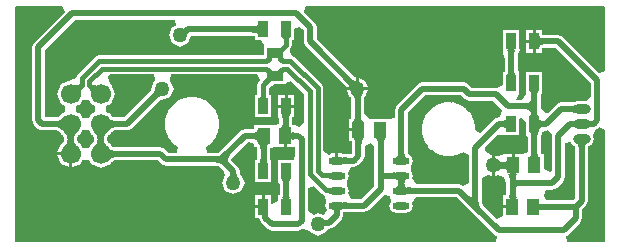
<source format=gtl>
G04*
G04 #@! TF.GenerationSoftware,Altium Limited,Altium Designer,21.6.1 (37)*
G04*
G04 Layer_Physical_Order=1*
G04 Layer_Color=255*
%FSLAX25Y25*%
%MOIN*%
G70*
G04*
G04 #@! TF.SameCoordinates,149CC93B-E584-47E2-A3B6-F303EE062418*
G04*
G04*
G04 #@! TF.FilePolarity,Positive*
G04*
G01*
G75*
%ADD18R,0.04331X0.05512*%
%ADD19O,0.05709X0.02362*%
%ADD20R,0.03543X0.05512*%
%ADD21R,0.03347X0.05315*%
%ADD22R,0.05315X0.03347*%
%ADD31C,0.02000*%
%ADD32C,0.01500*%
%ADD33C,0.06693*%
%ADD34O,0.05906X0.03150*%
%ADD35C,0.05000*%
G36*
X81126Y68866D02*
X81106Y69056D01*
X81046Y69226D01*
X80945Y69376D01*
X80804Y69506D01*
X80623Y69616D01*
X80402Y69706D01*
X80141Y69776D01*
X79839Y69826D01*
X79497Y69856D01*
X79114Y69866D01*
Y71866D01*
X79497Y71876D01*
X79839Y71906D01*
X80141Y71956D01*
X80402Y72026D01*
X80623Y72116D01*
X80804Y72226D01*
X80945Y72356D01*
X81046Y72506D01*
X81106Y72676D01*
X81126Y72866D01*
Y68866D01*
D02*
G37*
G36*
X91810Y68217D02*
X91683Y68172D01*
X91570Y68097D01*
X91473Y67991D01*
X91390Y67855D01*
X91323Y67688D01*
X91270Y67492D01*
X91233Y67265D01*
X91210Y67008D01*
X91203Y66721D01*
X89703D01*
X89695Y67008D01*
X89673Y67265D01*
X89635Y67492D01*
X89583Y67688D01*
X89515Y67855D01*
X89433Y67991D01*
X89335Y68097D01*
X89223Y68172D01*
X89095Y68217D01*
X88953Y68233D01*
X91953D01*
X91810Y68217D01*
D02*
G37*
G36*
X174910Y68739D02*
X174970Y68569D01*
X175070Y68419D01*
X175210Y68289D01*
X175390Y68179D01*
X175610Y68089D01*
X175870Y68019D01*
X176170Y67969D01*
X176510Y67939D01*
X176890Y67929D01*
Y65929D01*
X176510Y65919D01*
X176170Y65889D01*
X175870Y65839D01*
X175610Y65769D01*
X175390Y65679D01*
X175210Y65569D01*
X175070Y65439D01*
X174970Y65289D01*
X174910Y65119D01*
X174890Y64929D01*
Y68929D01*
X174910Y68739D01*
D02*
G37*
G36*
X90320Y64555D02*
X90022Y64246D01*
X89553Y63693D01*
X89382Y63449D01*
X89254Y63226D01*
X89168Y63025D01*
X89124Y62845D01*
X89123Y62686D01*
X89164Y62549D01*
X89248Y62434D01*
X87138Y64543D01*
X87254Y64459D01*
X87391Y64418D01*
X87550Y64419D01*
X87729Y64463D01*
X87931Y64549D01*
X88154Y64677D01*
X88398Y64848D01*
X88664Y65062D01*
X89260Y65616D01*
X90320Y64555D01*
D02*
G37*
G36*
X167068Y64165D02*
X166939Y64105D01*
X166825Y64005D01*
X166726Y63865D01*
X166643Y63685D01*
X166574Y63465D01*
X166521Y63205D01*
X166483Y62905D01*
X166460Y62565D01*
X166453Y62185D01*
X164453D01*
X164445Y62565D01*
X164384Y63205D01*
X164331Y63465D01*
X164263Y63685D01*
X164179Y63865D01*
X164081Y64005D01*
X163967Y64105D01*
X163837Y64165D01*
X163693Y64185D01*
X167212D01*
X167068Y64165D01*
D02*
G37*
G36*
X166459Y57415D02*
X166512Y56775D01*
X166559Y56515D01*
X166618Y56295D01*
X166691Y56115D01*
X166777Y55975D01*
X166876Y55875D01*
X166988Y55815D01*
X167114Y55795D01*
X163792D01*
X163917Y55815D01*
X164030Y55875D01*
X164129Y55975D01*
X164215Y56115D01*
X164287Y56295D01*
X164347Y56515D01*
X164393Y56775D01*
X164426Y57075D01*
X164453Y57795D01*
X166453D01*
X166459Y57415D01*
D02*
G37*
G36*
X196417Y78588D02*
X196698Y78307D01*
X196850Y77939D01*
Y57071D01*
X194850Y56243D01*
X182633Y68460D01*
X181102Y69094D01*
X176041D01*
X175957Y69117D01*
X175917Y69133D01*
X175902Y69161D01*
Y70685D01*
X173630D01*
Y66929D01*
Y63173D01*
X175902D01*
Y64697D01*
X175917Y64725D01*
X175957Y64742D01*
X176041Y64764D01*
X180206D01*
X191930Y53040D01*
Y48210D01*
X190354Y47157D01*
X187598D01*
X186477Y46692D01*
X186232Y46650D01*
X186188Y46622D01*
X186172Y46615D01*
X186099Y46591D01*
X185975Y46562D01*
X185835Y46537D01*
X185808Y46535D01*
X182165D01*
X180635Y45901D01*
X177791Y43057D01*
X177153Y43048D01*
X175295Y44815D01*
Y49492D01*
X175803Y49492D01*
X175874Y50504D01*
X175854Y50551D01*
X175860Y50674D01*
X175803Y50767D01*
Y56807D01*
X170457D01*
Y50767D01*
X170400Y50674D01*
X170406Y50551D01*
X170386Y50504D01*
X170457Y49492D01*
X170469Y49440D01*
X169328Y47702D01*
X168849Y47440D01*
X167094D01*
X167059Y47492D01*
X168126Y49492D01*
X168126D01*
Y54807D01*
X168126Y55532D01*
X168183Y55625D01*
X168177Y55748D01*
X168196Y55795D01*
X168126Y56807D01*
X168126D01*
X167617Y57316D01*
Y63164D01*
X167619Y63173D01*
X168224Y63173D01*
X168295Y64185D01*
X168279Y64224D01*
X168285Y64334D01*
X168224Y64436D01*
Y70685D01*
X162681D01*
Y65173D01*
X162681Y64436D01*
X162621Y64334D01*
X162627Y64224D01*
X162611Y64185D01*
X162681Y63173D01*
X163288Y61174D01*
Y56807D01*
X162779Y56807D01*
X162709Y55795D01*
X162729Y55748D01*
X162723Y55625D01*
X162779Y55532D01*
Y52491D01*
X160780Y51214D01*
X160384Y51377D01*
X152471D01*
X151137Y52712D01*
X149606Y53346D01*
X135827D01*
X134296Y52712D01*
X127308Y45724D01*
X126674Y44193D01*
Y41508D01*
X124819Y41157D01*
Y41157D01*
X119732D01*
X118479Y41157D01*
X116535Y43138D01*
Y48170D01*
X116569Y48286D01*
X116613Y48403D01*
X116852Y48502D01*
X117754Y50681D01*
X110592D01*
X111495Y48502D01*
X112018Y48285D01*
X112072Y48211D01*
X112123Y48125D01*
X112168Y48029D01*
X112205Y47924D01*
Y41277D01*
X112185Y41199D01*
X112169Y41157D01*
X111402D01*
X111331Y40149D01*
X111343Y40120D01*
X111338Y40027D01*
X111402Y39911D01*
Y37902D01*
X114567D01*
Y36902D01*
X111402D01*
Y33646D01*
X112357D01*
X112361Y33643D01*
X112379Y33600D01*
X112402Y33513D01*
Y29647D01*
X112105Y29350D01*
X109706D01*
X109687Y29356D01*
X109675Y29355D01*
X109659Y29358D01*
X109616Y29350D01*
X109614Y29350D01*
X109528D01*
X109055Y29546D01*
X107882D01*
Y27185D01*
X106882D01*
Y29546D01*
X105709D01*
X104819Y29177D01*
X102819Y30248D01*
Y51247D01*
X102265Y52586D01*
X93206Y61645D01*
X92252Y62040D01*
X91697Y63396D01*
X91583Y64199D01*
X91792Y64409D01*
X92347Y65748D01*
Y67209D01*
X93126D01*
Y71093D01*
X94893Y71850D01*
X96260Y70727D01*
Y66929D01*
X96895Y65398D01*
X110417Y51876D01*
X110471Y51770D01*
X110506Y51681D01*
X111628D01*
X111598Y51823D01*
X111536Y52022D01*
X111457Y52218D01*
X111359Y52412D01*
X111243Y52602D01*
X111108Y52789D01*
X110956Y52974D01*
X110785Y53155D01*
X112199Y54569D01*
X112381Y54398D01*
X112565Y54246D01*
X112752Y54112D01*
X112943Y53996D01*
X113136Y53898D01*
X113332Y53818D01*
X113532Y53756D01*
X113673Y53726D01*
Y54848D01*
X113585Y54884D01*
X113478Y54938D01*
X100590Y67826D01*
Y71663D01*
X99956Y73194D01*
X96410Y76740D01*
X97238Y78740D01*
X196049D01*
X196417Y78588D01*
D02*
G37*
G36*
X86090Y53555D02*
X85973Y53640D01*
X85835Y53683D01*
X85676D01*
X85496Y53640D01*
X85295Y53555D01*
X85072Y53428D01*
X84828Y53258D01*
X84563Y53046D01*
X83969Y52495D01*
X82908Y53555D01*
X83205Y53863D01*
X83672Y54414D01*
X83841Y54658D01*
X83969Y54881D01*
X84053Y55083D01*
X84096Y55263D01*
Y55422D01*
X84053Y55560D01*
X83969Y55677D01*
X86090Y53555D01*
D02*
G37*
G36*
X22902Y51762D02*
X22705Y51553D01*
X22531Y51345D01*
X22379Y51136D01*
X22250Y50927D01*
X22144Y50718D01*
X22061Y50509D01*
X22000Y50300D01*
X21962Y50091D01*
X21947Y49882D01*
X21955Y49672D01*
X20054Y52395D01*
X20238Y52320D01*
X20421Y52272D01*
X20603Y52250D01*
X20783Y52253D01*
X20963Y52283D01*
X21141Y52339D01*
X21318Y52421D01*
X21494Y52529D01*
X21668Y52662D01*
X21842Y52822D01*
X22902Y51762D01*
D02*
G37*
G36*
X25576Y52662D02*
X25751Y52529D01*
X25926Y52421D01*
X26103Y52339D01*
X26282Y52283D01*
X26461Y52253D01*
X26641Y52250D01*
X26823Y52272D01*
X27006Y52320D01*
X27190Y52395D01*
X25289Y49672D01*
X25297Y49882D01*
X25282Y50091D01*
X25244Y50300D01*
X25183Y50509D01*
X25100Y50718D01*
X24994Y50927D01*
X24865Y51136D01*
X24713Y51345D01*
X24539Y51553D01*
X24342Y51762D01*
X25402Y52822D01*
X25576Y52662D01*
D02*
G37*
G36*
X174665Y50484D02*
X174553Y50424D01*
X174454Y50324D01*
X174368Y50184D01*
X174295Y50004D01*
X174236Y49784D01*
X174189Y49524D01*
X174156Y49224D01*
X174130Y48504D01*
X172130D01*
X172123Y48884D01*
X172070Y49524D01*
X172024Y49784D01*
X171965Y50004D01*
X171892Y50184D01*
X171806Y50324D01*
X171707Y50424D01*
X171594Y50484D01*
X171469Y50504D01*
X174791D01*
X174665Y50484D01*
D02*
G37*
G36*
X83533Y49134D02*
X83556Y48877D01*
X83593Y48650D01*
X83646Y48453D01*
X83713Y48287D01*
X83796Y48151D01*
X83893Y48045D01*
X84006Y47969D01*
X84133Y47924D01*
X84276Y47909D01*
X81276D01*
X81418Y47924D01*
X81546Y47969D01*
X81658Y48045D01*
X81756Y48151D01*
X81838Y48287D01*
X81906Y48453D01*
X81958Y48650D01*
X81996Y48877D01*
X82018Y49134D01*
X82026Y49421D01*
X83526D01*
X83533Y49134D01*
D02*
G37*
G36*
X49188Y48681D02*
X48979Y48674D01*
X48774Y48649D01*
X48571Y48606D01*
X48372Y48544D01*
X48175Y48465D01*
X47982Y48367D01*
X47792Y48250D01*
X47604Y48116D01*
X47420Y47964D01*
X47239Y47793D01*
X45825Y49207D01*
X45995Y49389D01*
X46148Y49573D01*
X46282Y49760D01*
X46398Y49951D01*
X46496Y50144D01*
X46576Y50340D01*
X46637Y50540D01*
X46681Y50742D01*
X46706Y50948D01*
X46713Y51156D01*
X49188Y48681D01*
D02*
G37*
G36*
X115928Y49376D02*
X115811Y49204D01*
X115707Y49022D01*
X115618Y48831D01*
X115542Y48631D01*
X115480Y48421D01*
X115432Y48201D01*
X115398Y47972D01*
X115377Y47734D01*
X115370Y47486D01*
X113370Y47314D01*
X113362Y47563D01*
X113338Y47801D01*
X113298Y48027D01*
X113242Y48240D01*
X113170Y48441D01*
X113082Y48630D01*
X112978Y48807D01*
X112857Y48971D01*
X112721Y49123D01*
X112569Y49264D01*
X116058Y49539D01*
X115928Y49376D01*
D02*
G37*
G36*
X186810Y43005D02*
X186700Y43074D01*
X186561Y43136D01*
X186393Y43191D01*
X186196Y43239D01*
X185969Y43279D01*
X185427Y43337D01*
X184769Y43366D01*
X184396Y43370D01*
Y45370D01*
X184769Y45374D01*
X185969Y45461D01*
X186196Y45502D01*
X186393Y45549D01*
X186561Y45604D01*
X186700Y45666D01*
X186810Y45735D01*
Y43005D01*
D02*
G37*
G36*
X174130Y45276D02*
X173290Y44016D01*
X174130D01*
X174136Y43636D01*
X174189Y42996D01*
X174236Y42736D01*
X174295Y42516D01*
X174368Y42336D01*
X174454Y42196D01*
X174553Y42096D01*
X174665Y42036D01*
X174791Y42016D01*
X171469D01*
X171594Y42036D01*
X171707Y42096D01*
X171806Y42196D01*
X171892Y42336D01*
X171965Y42516D01*
X172024Y42736D01*
X172060Y42938D01*
X172050Y42996D01*
X171950Y43296D01*
X171810Y43556D01*
X171630Y43776D01*
X171410Y43956D01*
X171150Y44096D01*
X170850Y44196D01*
X170510Y44256D01*
X170130Y44276D01*
Y46276D01*
X170510Y46296D01*
X170850Y46356D01*
X171150Y46456D01*
X171410Y46596D01*
X171630Y46776D01*
X171810Y46996D01*
X171950Y47256D01*
X172050Y47556D01*
X172110Y47896D01*
X172130Y48276D01*
X174130Y45276D01*
D02*
G37*
G36*
X46657Y53911D02*
X46534Y53860D01*
X45424Y51181D01*
X45584Y50796D01*
X45555Y50704D01*
X45510Y50593D01*
X45456Y50486D01*
X36505Y41535D01*
X33232D01*
X33038Y41599D01*
X32839Y41684D01*
X32637Y41791D01*
X32430Y41921D01*
X32219Y42078D01*
X32198Y42095D01*
X31949Y42697D01*
X30522Y43288D01*
Y45452D01*
X31949Y46044D01*
X33327Y49370D01*
X31949Y52697D01*
X31790Y52763D01*
X31185Y55178D01*
X31787Y55911D01*
X46259D01*
X46657Y53911D01*
D02*
G37*
G36*
X53644Y72075D02*
X52439Y71576D01*
X51330Y68898D01*
X52439Y66219D01*
X55118Y65109D01*
X57797Y66219D01*
X58825Y68701D01*
X79970D01*
X80057Y68678D01*
X80100Y68661D01*
X80102Y68656D01*
Y67209D01*
X82092D01*
X82957Y65567D01*
Y62319D01*
X82907Y62199D01*
X28107D01*
X26768Y61645D01*
X21033Y55910D01*
X20478Y54570D01*
X18622Y54075D01*
X15295Y52697D01*
X13917Y49370D01*
X15295Y46044D01*
X16722Y45452D01*
Y43288D01*
X15295Y42697D01*
X15046Y42095D01*
X15025Y42078D01*
X14814Y41921D01*
X14607Y41791D01*
X14405Y41684D01*
X14207Y41599D01*
X14012Y41535D01*
X10039D01*
Y64064D01*
X20050Y74075D01*
X53246D01*
X53644Y72075D01*
D02*
G37*
G36*
X25295Y46044D02*
X26722Y45452D01*
Y43288D01*
X25295Y42697D01*
X24704Y41270D01*
X22540D01*
X21949Y42697D01*
X20522Y43288D01*
Y45452D01*
X21949Y46044D01*
X22540Y47470D01*
X24704D01*
X25295Y46044D01*
D02*
G37*
G36*
X91960Y42610D02*
X91823Y42550D01*
X91702Y42450D01*
X91596Y42310D01*
X91507Y42130D01*
X91435Y41910D01*
X91378Y41650D01*
X91338Y41350D01*
X91313Y41010D01*
X91305Y40630D01*
X89305D01*
X89300Y41010D01*
X89223Y41910D01*
X89177Y42130D01*
X89120Y42310D01*
X89053Y42450D01*
X88976Y42550D01*
X88889Y42610D01*
X88792Y42630D01*
X92114D01*
X91960Y42610D01*
D02*
G37*
G36*
X115380Y41764D02*
X115410Y41422D01*
X115460Y41121D01*
X115530Y40859D01*
X115620Y40638D01*
X115730Y40457D01*
X115860Y40316D01*
X116010Y40215D01*
X116180Y40154D01*
X116370Y40134D01*
X112414Y40145D01*
X112595Y40165D01*
X112758Y40225D01*
X112901Y40325D01*
X113026Y40466D01*
X113131Y40646D01*
X113217Y40865D01*
X113284Y41126D01*
X113332Y41425D01*
X113361Y41765D01*
X113370Y42145D01*
X115370D01*
X115380Y41764D01*
D02*
G37*
G36*
X81646Y53911D02*
X81436Y53702D01*
X80881Y52362D01*
Y48933D01*
X80102D01*
Y41618D01*
X85449D01*
Y48933D01*
X84670D01*
Y51180D01*
X85447Y51888D01*
X86259Y52486D01*
X86352Y52543D01*
X90272D01*
Y53073D01*
X92119Y53838D01*
X96531Y49426D01*
Y39533D01*
X94747Y38395D01*
X93328Y39106D01*
X93323Y39189D01*
X92515D01*
X92511Y39191D01*
X92493Y39234D01*
X92470Y39322D01*
Y41578D01*
X92479Y41618D01*
X93126Y41618D01*
X93196Y42630D01*
X93182Y42665D01*
X93187Y42770D01*
X93126Y42876D01*
Y44776D01*
X90453D01*
X87779D01*
Y43618D01*
X87779Y42919D01*
X87731Y42847D01*
X87737Y42698D01*
X87709Y42630D01*
X87779Y41618D01*
X87779D01*
X88140Y41257D01*
Y39420D01*
X86288Y39195D01*
X86195Y39189D01*
X84992Y39189D01*
X79905D01*
Y37665D01*
X79890Y37637D01*
X79851Y37621D01*
X79766Y37598D01*
X76772D01*
X75241Y36964D01*
X68502Y30224D01*
X68424Y30172D01*
X68177Y30031D01*
X67922Y29913D01*
X67659Y29817D01*
X67385Y29741D01*
X67293Y29724D01*
X64136D01*
X63936Y30074D01*
X63728Y31724D01*
X64663Y32349D01*
X64725Y32441D01*
X64827Y32483D01*
X65924Y33580D01*
X65966Y33683D01*
X66058Y33744D01*
X66920Y35034D01*
X66942Y35142D01*
X67020Y35221D01*
X67614Y36654D01*
Y36765D01*
X67675Y36857D01*
X67978Y38378D01*
X67956Y38487D01*
X67999Y38589D01*
Y40140D01*
X67956Y40243D01*
X67978Y40352D01*
X67675Y41873D01*
X67614Y41965D01*
Y42076D01*
X67020Y43509D01*
X66942Y43587D01*
X66920Y43696D01*
X66058Y44986D01*
X65966Y45047D01*
X65924Y45150D01*
X64827Y46246D01*
X64725Y46289D01*
X64663Y46381D01*
X63373Y47243D01*
X63265Y47264D01*
X63186Y47343D01*
X61753Y47936D01*
X61642D01*
X61550Y47998D01*
X60029Y48300D01*
X59920Y48279D01*
X59818Y48321D01*
X58267D01*
X58164Y48279D01*
X58056Y48300D01*
X56534Y47998D01*
X56442Y47936D01*
X56331D01*
X54898Y47343D01*
X54820Y47264D01*
X54711Y47243D01*
X53421Y46381D01*
X53360Y46289D01*
X53258Y46246D01*
X52161Y45150D01*
X52118Y45047D01*
X52026Y44986D01*
X51164Y43696D01*
X51143Y43587D01*
X51064Y43509D01*
X50471Y42076D01*
Y41965D01*
X50409Y41873D01*
X50107Y40352D01*
X50128Y40243D01*
X50086Y40140D01*
Y38589D01*
X50128Y38487D01*
X50107Y38378D01*
X50409Y36857D01*
X50471Y36765D01*
Y36654D01*
X51064Y35221D01*
X51143Y35142D01*
X51164Y35034D01*
X52026Y33744D01*
X52118Y33683D01*
X52161Y33580D01*
X53258Y32483D01*
X53360Y32441D01*
X53421Y32349D01*
X54357Y31724D01*
X54148Y30074D01*
X53948Y29724D01*
X51197D01*
X50020Y30901D01*
X48489Y31535D01*
X33232D01*
X33038Y31599D01*
X32839Y31684D01*
X32637Y31791D01*
X32430Y31921D01*
X32219Y32078D01*
X32198Y32095D01*
X31949Y32697D01*
X31347Y32946D01*
X31330Y32967D01*
X31173Y33178D01*
X31043Y33385D01*
X30935Y33587D01*
X30851Y33786D01*
X30787Y33981D01*
Y34760D01*
X30851Y34955D01*
X30935Y35153D01*
X31043Y35356D01*
X31174Y35562D01*
X31330Y35774D01*
X31347Y35794D01*
X31949Y36044D01*
X32198Y36645D01*
X32219Y36663D01*
X32430Y36819D01*
X32637Y36950D01*
X32839Y37057D01*
X33038Y37141D01*
X33232Y37205D01*
X37402D01*
X38932Y37839D01*
X48517Y47424D01*
X48624Y47479D01*
X48735Y47524D01*
X48828Y47552D01*
X49213Y47393D01*
X51891Y48502D01*
X53001Y51181D01*
X51891Y53860D01*
X51768Y53911D01*
X52166Y55911D01*
X80817D01*
X81646Y53911D01*
D02*
G37*
G36*
X91315Y39795D02*
X91345Y39453D01*
X91395Y39151D01*
X91465Y38889D01*
X91555Y38668D01*
X91665Y38487D01*
X91795Y38346D01*
X91945Y38245D01*
X92115Y38185D01*
X92305Y38165D01*
X88305D01*
X88495Y38185D01*
X88665Y38245D01*
X88815Y38346D01*
X88945Y38487D01*
X89055Y38668D01*
X89145Y38889D01*
X89215Y39151D01*
X89265Y39453D01*
X89295Y39795D01*
X89305Y40177D01*
X91305D01*
X91315Y39795D01*
D02*
G37*
G36*
X174799Y41180D02*
X174860Y41010D01*
X174960Y40860D01*
X175101Y40730D01*
X175282Y40620D01*
X175504Y40530D01*
X175765Y40460D01*
X176067Y40410D01*
X176409Y40380D01*
X176791Y40370D01*
Y38370D01*
X176409Y38360D01*
X176067Y38330D01*
X175765Y38280D01*
X175504Y38210D01*
X175282Y38120D01*
X175101Y38010D01*
X174960Y37880D01*
X174860Y37730D01*
X174799Y37560D01*
X174779Y37370D01*
Y41370D01*
X174799Y41180D01*
D02*
G37*
G36*
X163792Y37370D02*
X163771Y37560D01*
X163712Y37730D01*
X163611Y37880D01*
X163471Y38010D01*
X163292Y38120D01*
X163072Y38210D01*
X162812Y38280D01*
X162512Y38330D01*
X162171Y38360D01*
X161792Y38370D01*
Y40370D01*
X162171Y40380D01*
X162512Y40410D01*
X162812Y40460D01*
X163072Y40530D01*
X163292Y40620D01*
X163471Y40730D01*
X163611Y40860D01*
X163712Y41010D01*
X163771Y41180D01*
X163792Y41370D01*
Y37370D01*
D02*
G37*
G36*
X31277Y41458D02*
X31545Y41229D01*
X31818Y41028D01*
X32093Y40853D01*
X32373Y40706D01*
X32656Y40585D01*
X32942Y40491D01*
X33232Y40424D01*
X33526Y40383D01*
X33823Y40370D01*
Y38370D01*
X33526Y38357D01*
X33232Y38316D01*
X32942Y38249D01*
X32656Y38155D01*
X32373Y38034D01*
X32093Y37887D01*
X31818Y37712D01*
X31545Y37511D01*
X31277Y37283D01*
X31012Y37028D01*
Y41713D01*
X31277Y41458D01*
D02*
G37*
G36*
X16232Y37028D02*
X15967Y37283D01*
X15699Y37511D01*
X15427Y37712D01*
X15151Y37887D01*
X14871Y38034D01*
X14588Y38155D01*
X14302Y38249D01*
X14012Y38316D01*
X13718Y38357D01*
X13421Y38370D01*
Y40370D01*
X13718Y40383D01*
X14012Y40424D01*
X14302Y40491D01*
X14588Y40585D01*
X14871Y40706D01*
X15151Y40853D01*
X15427Y41028D01*
X15699Y41229D01*
X15967Y41458D01*
X16232Y41713D01*
Y37028D01*
D02*
G37*
G36*
X150044Y47682D02*
X151575Y47048D01*
X159487D01*
X161880Y44655D01*
X162499Y43535D01*
X161688Y41535D01*
X161417D01*
X159887Y40901D01*
X155448Y36463D01*
X155178Y36485D01*
X153553Y37396D01*
Y38384D01*
X153511Y38487D01*
X153533Y38596D01*
X153230Y40117D01*
X153168Y40209D01*
Y40320D01*
X152575Y41753D01*
X152496Y41831D01*
X152475Y41940D01*
X151613Y43230D01*
X151521Y43291D01*
X151478Y43394D01*
X150382Y44490D01*
X150279Y44533D01*
X150218Y44625D01*
X148928Y45487D01*
X148819Y45508D01*
X148741Y45587D01*
X147308Y46180D01*
X147197D01*
X147105Y46242D01*
X145584Y46545D01*
X145475Y46523D01*
X145372Y46565D01*
X143821D01*
X143719Y46523D01*
X143610Y46545D01*
X142089Y46242D01*
X141997Y46180D01*
X141886D01*
X140453Y45587D01*
X140375Y45508D01*
X140266Y45487D01*
X138976Y44625D01*
X138915Y44533D01*
X138812Y44490D01*
X137715Y43394D01*
X137673Y43291D01*
X137581Y43230D01*
X136719Y41940D01*
X136697Y41831D01*
X136619Y41753D01*
X136026Y40320D01*
Y40209D01*
X135964Y40117D01*
X135661Y38596D01*
X135683Y38487D01*
X135641Y38384D01*
Y36833D01*
X135683Y36731D01*
X135661Y36622D01*
X135964Y35101D01*
X136026Y35009D01*
Y34898D01*
X136619Y33465D01*
X136697Y33386D01*
X136719Y33278D01*
X137581Y31988D01*
X137673Y31927D01*
X137715Y31824D01*
X138812Y30727D01*
X138915Y30685D01*
X138976Y30593D01*
X140266Y29731D01*
X140375Y29709D01*
X140453Y29631D01*
X141886Y29037D01*
X141997D01*
X142089Y28976D01*
X143610Y28673D01*
X143719Y28695D01*
X143821Y28652D01*
X145372D01*
X145475Y28695D01*
X145584Y28673D01*
X147105Y28976D01*
X147197Y29037D01*
X147308D01*
X148741Y29631D01*
X148819Y29709D01*
X148928Y29731D01*
X149379Y30032D01*
X151379Y29004D01*
Y19650D01*
X149379Y18849D01*
X148169Y19350D01*
X133628D01*
X132527Y21350D01*
X132873Y22185D01*
X132181Y23854D01*
X132181Y25516D01*
X132799Y27007D01*
X132873Y27185D01*
X132181Y28854D01*
X131072Y29314D01*
X131051Y29325D01*
X131029Y29382D01*
X131003Y29480D01*
Y43296D01*
X136723Y49016D01*
X148710D01*
X150044Y47682D01*
D02*
G37*
G36*
X174675Y36705D02*
X174571Y36645D01*
X174479Y36545D01*
X174399Y36405D01*
X174332Y36225D01*
X174277Y36005D01*
X174234Y35745D01*
X174204Y35445D01*
X174179Y34725D01*
X172179D01*
X172172Y35105D01*
X172115Y35745D01*
X172065Y36005D01*
X172002Y36225D01*
X171923Y36405D01*
X171831Y36545D01*
X171724Y36645D01*
X171604Y36705D01*
X171469Y36725D01*
X174791D01*
X174675Y36705D01*
D02*
G37*
G36*
X92319Y37243D02*
X92379Y37073D01*
X92480Y36923D01*
X92621Y36793D01*
X92802Y36683D01*
X93023Y36593D01*
X93285Y36523D01*
X93586Y36473D01*
X93928Y36443D01*
X94311Y36433D01*
Y34433D01*
X93928Y34423D01*
X93586Y34393D01*
X93285Y34343D01*
X93023Y34273D01*
X92802Y34183D01*
X92621Y34073D01*
X92480Y33943D01*
X92379Y33793D01*
X92319Y33623D01*
X92299Y33433D01*
Y37433D01*
X92319Y37243D01*
D02*
G37*
G36*
X80918Y33433D02*
X80897Y33623D01*
X80838Y33793D01*
X80738Y33943D01*
X80598Y34073D01*
X80418Y34183D01*
X80198Y34273D01*
X79937Y34343D01*
X79637Y34393D01*
X79298Y34423D01*
X78917Y34433D01*
Y36433D01*
X79298Y36443D01*
X79637Y36473D01*
X79937Y36523D01*
X80198Y36593D01*
X80418Y36683D01*
X80598Y36793D01*
X80738Y36923D01*
X80838Y37073D01*
X80897Y37243D01*
X80918Y37433D01*
Y33433D01*
D02*
G37*
G36*
X123807Y34658D02*
X123663Y34638D01*
X123533Y34578D01*
X123419Y34478D01*
X123321Y34338D01*
X123237Y34158D01*
X123169Y33938D01*
X123116Y33678D01*
X123078Y33378D01*
X123055Y33038D01*
X123047Y32658D01*
X121047D01*
X121037Y33039D01*
X121007Y33381D01*
X120957Y33683D01*
X120887Y33944D01*
X120797Y34165D01*
X120687Y34346D01*
X120557Y34487D01*
X120407Y34588D01*
X120237Y34649D01*
X120047Y34670D01*
X123807Y34658D01*
D02*
G37*
G36*
X116377Y34650D02*
X116207Y34589D01*
X116057Y34489D01*
X115927Y34348D01*
X115817Y34167D01*
X115727Y33945D01*
X115657Y33684D01*
X115607Y33382D01*
X115577Y33040D01*
X115567Y32658D01*
X113567D01*
X113557Y33040D01*
X113527Y33382D01*
X113477Y33684D01*
X113407Y33945D01*
X113317Y34167D01*
X113207Y34348D01*
X113077Y34489D01*
X112927Y34589D01*
X112757Y34650D01*
X112567Y34670D01*
X116567D01*
X116377Y34650D01*
D02*
G37*
G36*
X30709Y36715D02*
X30481Y36447D01*
X30280Y36174D01*
X30105Y35899D01*
X29958Y35619D01*
X29837Y35336D01*
X29743Y35050D01*
X29676Y34760D01*
X29636Y34466D01*
X29631Y34370D01*
X29636Y34274D01*
X29676Y33980D01*
X29743Y33690D01*
X29837Y33404D01*
X29958Y33121D01*
X30105Y32841D01*
X30280Y32566D01*
X30481Y32293D01*
X30709Y32025D01*
X30965Y31760D01*
X26280D01*
X26535Y32025D01*
X26763Y32293D01*
X26964Y32566D01*
X27139Y32841D01*
X27286Y33121D01*
X27407Y33404D01*
X27501Y33690D01*
X27568Y33980D01*
X27609Y34274D01*
X27613Y34370D01*
X27609Y34466D01*
X27568Y34760D01*
X27501Y35050D01*
X27407Y35336D01*
X27286Y35619D01*
X27139Y35899D01*
X26964Y36174D01*
X26763Y36447D01*
X26535Y36715D01*
X26280Y36980D01*
X30965D01*
X30709Y36715D01*
D02*
G37*
G36*
X20709D02*
X20481Y36447D01*
X20280Y36174D01*
X20105Y35899D01*
X19958Y35619D01*
X19837Y35336D01*
X19743Y35050D01*
X19676Y34760D01*
X19636Y34466D01*
X19631Y34370D01*
X19636Y34274D01*
X19676Y33980D01*
X19743Y33690D01*
X19837Y33404D01*
X19958Y33121D01*
X20105Y32841D01*
X20280Y32566D01*
X20481Y32293D01*
X20709Y32025D01*
X20965Y31760D01*
X16280D01*
X16535Y32025D01*
X16763Y32293D01*
X16964Y32566D01*
X17139Y32841D01*
X17286Y33121D01*
X17407Y33404D01*
X17501Y33690D01*
X17568Y33980D01*
X17609Y34274D01*
X17613Y34370D01*
X17609Y34466D01*
X17568Y34760D01*
X17501Y35050D01*
X17407Y35336D01*
X17286Y35619D01*
X17139Y35899D01*
X16964Y36174D01*
X16763Y36447D01*
X16535Y36715D01*
X16280Y36980D01*
X20965D01*
X20709Y36715D01*
D02*
G37*
G36*
X25295Y36044D02*
X25897Y35794D01*
X25914Y35774D01*
X26071Y35562D01*
X26202Y35355D01*
X26309Y35153D01*
X26393Y34955D01*
X26457Y34760D01*
Y33981D01*
X26393Y33786D01*
X26309Y33587D01*
X26202Y33385D01*
X26071Y33178D01*
X25914Y32967D01*
X25897Y32946D01*
X25295Y32697D01*
X24704Y31270D01*
X22540D01*
X21949Y32697D01*
X21347Y32946D01*
X21330Y32967D01*
X21173Y33178D01*
X21043Y33385D01*
X20935Y33587D01*
X20851Y33786D01*
X20787Y33981D01*
Y34760D01*
X20851Y34955D01*
X20935Y35153D01*
X21043Y35356D01*
X21173Y35562D01*
X21330Y35774D01*
X21347Y35794D01*
X21949Y36044D01*
X22540Y37470D01*
X24704D01*
X25295Y36044D01*
D02*
G37*
G36*
X190783Y32926D02*
X190613Y32861D01*
X190464Y32753D01*
X190335Y32603D01*
X190225Y32409D01*
X190136Y32172D01*
X190066Y31892D01*
X190016Y31569D01*
X189986Y31203D01*
X189976Y30794D01*
X187976D01*
X187966Y31203D01*
X187937Y31569D01*
X187887Y31892D01*
X187817Y32172D01*
X187727Y32409D01*
X187618Y32603D01*
X187489Y32753D01*
X187339Y32861D01*
X187170Y32926D01*
X186981Y32947D01*
X190972D01*
X190783Y32926D01*
D02*
G37*
G36*
X84733Y32681D02*
X84563Y32621D01*
X84413Y32520D01*
X84283Y32379D01*
X84173Y32198D01*
X84083Y31977D01*
X84013Y31715D01*
X83963Y31413D01*
X83933Y31071D01*
X83923Y30689D01*
X81923D01*
X81913Y31071D01*
X81883Y31413D01*
X81833Y31715D01*
X81763Y31977D01*
X81673Y32198D01*
X81563Y32379D01*
X81433Y32520D01*
X81283Y32621D01*
X81113Y32681D01*
X80923Y32701D01*
X84923D01*
X84733Y32681D01*
D02*
G37*
G36*
X174189Y29952D02*
X174219Y29610D01*
X174269Y29308D01*
X174339Y29047D01*
X174429Y28826D01*
X174539Y28644D01*
X174669Y28504D01*
X174819Y28403D01*
X174989Y28343D01*
X175179Y28322D01*
X171179D01*
X171369Y28343D01*
X171539Y28403D01*
X171689Y28504D01*
X171819Y28644D01*
X171929Y28826D01*
X172019Y29047D01*
X172089Y29308D01*
X172139Y29610D01*
X172169Y29952D01*
X172179Y30334D01*
X174179D01*
X174189Y29952D01*
D02*
G37*
G36*
X129849Y29973D02*
X129878Y29623D01*
X129928Y29313D01*
X129998Y29046D01*
X130087Y28819D01*
X130197Y28634D01*
X130326Y28489D01*
X130476Y28386D01*
X130645Y28325D01*
X130834Y28304D01*
X126843D01*
X127032Y28325D01*
X127201Y28386D01*
X127351Y28489D01*
X127480Y28634D01*
X127590Y28819D01*
X127679Y29046D01*
X127749Y29313D01*
X127799Y29623D01*
X127829Y29973D01*
X127839Y30364D01*
X129839D01*
X129849Y29973D01*
D02*
G37*
G36*
X31277Y31457D02*
X31545Y31229D01*
X31818Y31028D01*
X32093Y30853D01*
X32373Y30706D01*
X32656Y30585D01*
X32942Y30491D01*
X33232Y30424D01*
X33526Y30384D01*
X33823Y30370D01*
Y28370D01*
X33526Y28357D01*
X33232Y28316D01*
X32942Y28249D01*
X32656Y28155D01*
X32373Y28034D01*
X32093Y27887D01*
X31818Y27712D01*
X31545Y27511D01*
X31277Y27283D01*
X31012Y27028D01*
Y31713D01*
X31277Y31457D01*
D02*
G37*
G36*
X164000Y23591D02*
X163980Y23780D01*
X163920Y23951D01*
X163819Y24101D01*
X163679Y24230D01*
X163497Y24340D01*
X163276Y24430D01*
X163014Y24501D01*
X162713Y24551D01*
X162700Y24552D01*
X162526Y24523D01*
X162309Y24471D01*
X162103Y24403D01*
X161908Y24321D01*
X161723Y24223D01*
X161550Y24111D01*
X161387Y23983D01*
X161234Y23841D01*
Y27341D01*
X161387Y27198D01*
X161550Y27071D01*
X161723Y26958D01*
X161908Y26861D01*
X162103Y26778D01*
X162309Y26711D01*
X162526Y26658D01*
X162700Y26629D01*
X162713Y26630D01*
X163014Y26680D01*
X163276Y26750D01*
X163497Y26841D01*
X163679Y26950D01*
X163819Y27081D01*
X163920Y27231D01*
X163980Y27400D01*
X164000Y27591D01*
Y23591D01*
D02*
G37*
G36*
X83928Y27887D02*
X84005Y26987D01*
X84052Y26768D01*
X84108Y26588D01*
X84175Y26447D01*
X84252Y26348D01*
X84339Y26287D01*
X84437Y26267D01*
X81114D01*
X81268Y26287D01*
X81406Y26348D01*
X81527Y26447D01*
X81632Y26588D01*
X81721Y26768D01*
X81794Y26987D01*
X81850Y27248D01*
X81891Y27547D01*
X81915Y27887D01*
X81923Y28267D01*
X83923D01*
X83928Y27887D01*
D02*
G37*
G36*
X109444Y28298D02*
X109560Y28274D01*
X109709Y28253D01*
X110106Y28220D01*
X111293Y28186D01*
X111672Y28185D01*
Y26185D01*
X111293Y26184D01*
X109444Y26072D01*
X109360Y26046D01*
Y28324D01*
X109444Y28298D01*
D02*
G37*
G36*
X169082Y41299D02*
X170457Y40098D01*
Y37713D01*
X170457Y36981D01*
X170398Y36883D01*
X170404Y36767D01*
X170386Y36725D01*
X170457Y35713D01*
X170457D01*
X171014Y35155D01*
Y30053D01*
X169307Y29346D01*
Y29346D01*
X166642D01*
Y25591D01*
X165642D01*
Y29346D01*
X162976D01*
Y29346D01*
X160976Y28746D01*
X159949Y29172D01*
Y25591D01*
Y22009D01*
X160976Y22435D01*
X162976Y21835D01*
X163780Y19850D01*
Y15701D01*
X163757Y15614D01*
X163739Y15570D01*
X163733Y15567D01*
X162583D01*
Y12311D01*
X165748D01*
Y11311D01*
X162583D01*
Y8662D01*
X160740Y7676D01*
X156209Y12207D01*
X156156Y12285D01*
X156016Y12532D01*
X155898Y12786D01*
X155801Y13049D01*
X155726Y13324D01*
X155708Y13416D01*
Y21361D01*
X157708Y22523D01*
X158949Y22009D01*
Y25591D01*
Y29172D01*
X158868Y29138D01*
X156797Y30360D01*
X156665Y31556D01*
X160792Y35683D01*
X162779Y35713D01*
Y35713D01*
X168126D01*
Y41131D01*
X168457Y41423D01*
X169082Y41299D01*
D02*
G37*
G36*
X71726Y28973D02*
X71472Y28690D01*
X71273Y28408D01*
X71132Y28125D01*
X71047Y27842D01*
X71019Y27559D01*
X71047Y27276D01*
X71132Y26993D01*
X71273Y26711D01*
X71472Y26428D01*
X71726Y26145D01*
X69898Y25145D01*
X69609Y25414D01*
X69309Y25654D01*
X68996Y25866D01*
X68673Y26050D01*
X68337Y26206D01*
X67990Y26333D01*
X67631Y26432D01*
X67260Y26502D01*
X66878Y26545D01*
X66483Y26559D01*
Y28559D01*
X66878Y28573D01*
X67260Y28616D01*
X67631Y28686D01*
X67990Y28785D01*
X68337Y28913D01*
X68673Y29068D01*
X68996Y29252D01*
X69309Y29464D01*
X69609Y29705D01*
X69898Y29973D01*
X71726Y28973D01*
D02*
G37*
G36*
X179108Y35845D02*
X178938Y35433D01*
Y23816D01*
X178394Y23322D01*
X176394Y24206D01*
Y29346D01*
X175389D01*
X175385Y29349D01*
X175367Y29392D01*
X175344Y29479D01*
Y35713D01*
X175803Y35713D01*
X175870Y36671D01*
X177617Y37336D01*
X179108Y35845D01*
D02*
G37*
G36*
X73841Y23218D02*
X73862Y22975D01*
X73896Y22745D01*
X73943Y22530D01*
X74004Y22330D01*
X74078Y22143D01*
X74166Y21971D01*
X74268Y21813D01*
X74383Y21669D01*
X74511Y21540D01*
X71158D01*
X71287Y21669D01*
X71402Y21813D01*
X71503Y21971D01*
X71591Y22143D01*
X71666Y22330D01*
X71726Y22530D01*
X71774Y22745D01*
X71808Y22975D01*
X71828Y23218D01*
X71835Y23476D01*
X73835D01*
X73841Y23218D01*
D02*
G37*
G36*
X105119Y21164D02*
X105017Y21231D01*
X104896Y21292D01*
X104756Y21345D01*
X104597Y21392D01*
X104419Y21431D01*
X104222Y21463D01*
X103772Y21506D01*
X103518Y21516D01*
X103246Y21520D01*
X103375Y23019D01*
X103662Y23021D01*
X104723Y23086D01*
X104859Y23111D01*
X104971Y23139D01*
X105058Y23171D01*
X105119Y23206D01*
Y21164D01*
D02*
G37*
G36*
X167755Y22838D02*
X167585Y22777D01*
X167435Y22676D01*
X167305Y22535D01*
X167195Y22354D01*
X167105Y22133D01*
X167035Y21871D01*
X166985Y21570D01*
X166955Y21228D01*
X166945Y20847D01*
X164945D01*
X164935Y21227D01*
X164907Y21567D01*
X164859Y21867D01*
X164792Y22127D01*
X164706Y22347D01*
X164601Y22527D01*
X164476Y22667D01*
X164333Y22767D01*
X164170Y22827D01*
X163988Y22847D01*
X167945Y22859D01*
X167755Y22838D01*
D02*
G37*
G36*
X123286Y21478D02*
X123240Y21413D01*
X123200Y21312D01*
X123164Y21176D01*
X123133Y21005D01*
X123050Y19622D01*
X123047Y19239D01*
X121047Y21654D01*
X122047D01*
X123286Y21478D01*
D02*
G37*
G36*
X91988Y20957D02*
X91876Y20897D01*
X91777Y20797D01*
X91691Y20657D01*
X91618Y20477D01*
X91559Y20257D01*
X91512Y19997D01*
X91479Y19697D01*
X91453Y18977D01*
X89453D01*
X89446Y19357D01*
X89393Y19997D01*
X89347Y20257D01*
X89287Y20477D01*
X89215Y20657D01*
X89129Y20797D01*
X89030Y20897D01*
X88917Y20957D01*
X88792Y20977D01*
X92114D01*
X91988Y20957D01*
D02*
G37*
G36*
X104800Y16468D02*
X104794Y16493D01*
X104763Y16515D01*
X104708Y16535D01*
X104630Y16552D01*
X104528Y16567D01*
X104253Y16588D01*
X103662Y16600D01*
Y18100D01*
X103914Y18101D01*
X105017Y18168D01*
X105080Y18186D01*
X105119Y18206D01*
X104800Y16468D01*
D02*
G37*
G36*
X126860Y21066D02*
X130834D01*
X130645Y21045D01*
X130476Y20984D01*
X130326Y20881D01*
X130197Y20736D01*
X130087Y20551D01*
X129998Y20324D01*
X129928Y20056D01*
X129878Y19748D01*
X129873Y19685D01*
X129878Y19623D01*
X129928Y19313D01*
X129998Y19046D01*
X130087Y18819D01*
X130197Y18634D01*
X130326Y18489D01*
X130476Y18386D01*
X130645Y18325D01*
X130817Y18306D01*
Y18324D01*
X130901Y18298D01*
X131017Y18274D01*
X131166Y18253D01*
X131563Y18220D01*
X132750Y18186D01*
X133129Y18185D01*
Y16185D01*
X132750Y16184D01*
X130901Y16072D01*
X130817Y16046D01*
Y18304D01*
X126843D01*
X127032Y18325D01*
X127201Y18386D01*
X127351Y18489D01*
X127480Y18634D01*
X127590Y18819D01*
X127679Y19046D01*
X127749Y19313D01*
X127799Y19623D01*
X127804Y19685D01*
X127799Y19748D01*
X127749Y20056D01*
X127679Y20324D01*
X127590Y20551D01*
X127480Y20736D01*
X127351Y20881D01*
X127201Y20984D01*
X127032Y21045D01*
X126860Y21064D01*
Y21046D01*
X126777Y21072D01*
X126660Y21096D01*
X126511Y21117D01*
X126114Y21150D01*
X124927Y21184D01*
X124548Y21185D01*
Y23185D01*
X124927Y23186D01*
X126777Y23298D01*
X126860Y23324D01*
Y21066D01*
D02*
G37*
G36*
X154543Y14225D02*
X154557Y13831D01*
X154600Y13449D01*
X154671Y13078D01*
X154770Y12719D01*
X154897Y12372D01*
X155052Y12036D01*
X155236Y11712D01*
X155448Y11400D01*
X155689Y11100D01*
X155957Y10811D01*
X152836Y11104D01*
X151422Y12518D01*
X151129Y15639D01*
X151398Y15391D01*
X151638Y15210D01*
X151850Y15098D01*
X152034Y15054D01*
X152190Y15079D01*
X152317Y15171D01*
X152416Y15333D01*
X152487Y15562D01*
X152529Y15859D01*
X152543Y16225D01*
X154543Y14225D01*
D02*
G37*
G36*
X91460Y16175D02*
X91521Y15535D01*
X91574Y15275D01*
X91643Y15055D01*
X91726Y14875D01*
X91825Y14735D01*
X91939Y14635D01*
X92068Y14575D01*
X92212Y14555D01*
X88693D01*
X88837Y14575D01*
X88967Y14635D01*
X89081Y14735D01*
X89179Y14875D01*
X89263Y15055D01*
X89331Y15275D01*
X89384Y15535D01*
X89422Y15835D01*
X89445Y16175D01*
X89453Y16555D01*
X91453D01*
X91460Y16175D01*
D02*
G37*
G36*
X166954D02*
X166983Y15835D01*
X167031Y15535D01*
X167098Y15275D01*
X167184Y15055D01*
X167289Y14875D01*
X167414Y14735D01*
X167557Y14635D01*
X167720Y14575D01*
X167901Y14555D01*
X163945Y14543D01*
X164135Y14564D01*
X164305Y14624D01*
X164455Y14725D01*
X164585Y14866D01*
X164695Y15047D01*
X164785Y15269D01*
X164855Y15530D01*
X164905Y15832D01*
X164935Y16173D01*
X164945Y16555D01*
X166945D01*
X166954Y16175D01*
D02*
G37*
G36*
X119206Y32776D02*
X119883Y31665D01*
Y21654D01*
Y18613D01*
X115619Y14350D01*
X112172D01*
X111070Y16350D01*
X111416Y17185D01*
X110724Y18854D01*
X110724Y20516D01*
X111416Y22185D01*
X111070Y23020D01*
X112172Y25020D01*
X113002D01*
X114532Y25654D01*
X116098Y27220D01*
X116732Y28750D01*
Y31948D01*
X118732Y33015D01*
X119206Y32776D01*
D02*
G37*
G36*
X185628Y32399D02*
X186731Y31942D01*
X186751Y31931D01*
X186782Y31849D01*
X186812Y31730D01*
Y14676D01*
X186111Y13976D01*
X177050D01*
X176257Y15520D01*
X177059Y17520D01*
X179134D01*
X180665Y18154D01*
X182633Y20123D01*
X183267Y21654D01*
Y32872D01*
X185267Y33270D01*
X185628Y32399D01*
D02*
G37*
G36*
X109444Y13298D02*
X109560Y13274D01*
X109709Y13253D01*
X110106Y13220D01*
X111293Y13186D01*
X111672Y13185D01*
Y11185D01*
X111293Y11184D01*
X109444Y11072D01*
X109360Y11046D01*
Y13324D01*
X109444Y13298D01*
D02*
G37*
G36*
X102322Y16011D02*
X103213Y15642D01*
X103824Y13925D01*
X103871Y13486D01*
X103861Y13425D01*
X103348Y12185D01*
X103960Y10708D01*
X103003Y8940D01*
X103002Y8939D01*
X101181Y9694D01*
X99840Y9138D01*
X97840Y10475D01*
Y17880D01*
X99688Y18645D01*
X102322Y16011D01*
D02*
G37*
G36*
X196850Y37417D02*
Y1000D01*
Y801D01*
X196698Y434D01*
X196417Y152D01*
X196049Y0D01*
X184019D01*
X183621Y2000D01*
X184602Y2406D01*
X188539Y6343D01*
X189173Y7874D01*
Y10914D01*
X190507Y12249D01*
X191141Y13780D01*
Y31730D01*
X191171Y31849D01*
X191202Y31931D01*
X191221Y31942D01*
X192325Y32399D01*
X193141Y34370D01*
X192795Y35205D01*
X192815Y35538D01*
X193734Y37545D01*
X194444Y37839D01*
X194850Y38246D01*
X196850Y37417D01*
D02*
G37*
G36*
X16592Y76740D02*
X6343Y66491D01*
X5709Y64961D01*
Y40542D01*
X6343Y39011D01*
X7515Y37839D01*
X9046Y37205D01*
X14012D01*
X14207Y37141D01*
X14405Y37057D01*
X14607Y36950D01*
X14814Y36819D01*
X15026Y36662D01*
X15046Y36645D01*
X15295Y36044D01*
X15897Y35794D01*
X15914Y35774D01*
X16071Y35562D01*
X16202Y35355D01*
X16309Y35153D01*
X16393Y34955D01*
X16457Y34760D01*
Y33981D01*
X16393Y33786D01*
X16309Y33587D01*
X16202Y33385D01*
X16071Y33178D01*
X15914Y32967D01*
X15897Y32946D01*
X15295Y32697D01*
X14125Y29870D01*
X18622D01*
Y29370D01*
X19122D01*
Y24873D01*
X21949Y26043D01*
X22540Y27470D01*
X24704D01*
X25295Y26043D01*
X28622Y24666D01*
X31949Y26043D01*
X32198Y26645D01*
X32219Y26662D01*
X32430Y26819D01*
X32637Y26950D01*
X32839Y27057D01*
X33038Y27141D01*
X33232Y27205D01*
X47593D01*
X48770Y26028D01*
X50300Y25394D01*
X67293D01*
X67385Y25377D01*
X67659Y25301D01*
X67922Y25205D01*
X68177Y25087D01*
X68424Y24946D01*
X68502Y24894D01*
X69287Y24108D01*
X70156Y22364D01*
X69046Y19685D01*
X70156Y17006D01*
X72835Y15897D01*
X75513Y17006D01*
X76623Y19685D01*
X75513Y22364D01*
X75091Y22539D01*
X75065Y22591D01*
X75026Y22688D01*
X74999Y22776D01*
Y23622D01*
X74365Y25153D01*
X72160Y27358D01*
X72142Y27394D01*
X72114Y27487D01*
X72107Y27559D01*
X72114Y27631D01*
X72142Y27724D01*
X72160Y27760D01*
X77668Y33268D01*
X77993D01*
X79841Y32701D01*
X79905Y31677D01*
X80713D01*
X80718Y31675D01*
X80735Y31632D01*
X80759Y31545D01*
Y27320D01*
X80750Y27280D01*
X80102Y27279D01*
X80032Y26267D01*
X80046Y26232D01*
X80041Y26128D01*
X80102Y26021D01*
Y19965D01*
X85449D01*
Y25280D01*
X85449Y25979D01*
X85497Y26050D01*
X85491Y26200D01*
X85519Y26267D01*
X85449Y27280D01*
X85449D01*
X85088Y27640D01*
Y31446D01*
X86940Y31671D01*
X87033Y31677D01*
X88236Y31677D01*
X89657D01*
Y35433D01*
X90658D01*
Y31677D01*
X93323D01*
X93510Y29755D01*
Y29120D01*
X93126Y27279D01*
X87779D01*
Y21965D01*
X87779Y21239D01*
X87723Y21147D01*
X87729Y21023D01*
X87709Y20977D01*
X87779Y19964D01*
X87779D01*
X88288Y19456D01*
Y15576D01*
X88286Y15567D01*
X87681Y15567D01*
X87611Y14555D01*
X87627Y14516D01*
X87621Y14406D01*
X87681Y14304D01*
Y13679D01*
X85681Y12861D01*
X85547Y12997D01*
Y15567D01*
X83276D01*
Y11811D01*
X82776D01*
Y11311D01*
X80004D01*
Y8055D01*
X81432D01*
X82016Y6645D01*
X84286Y4375D01*
X85817Y3741D01*
X94488D01*
X95885Y4319D01*
X96019Y4375D01*
X98267Y3795D01*
X98502Y3227D01*
X101181Y2117D01*
X103860Y3227D01*
X104311Y4315D01*
X104905D01*
X106435Y4949D01*
X108913Y7426D01*
X109547Y8957D01*
Y9994D01*
X109979Y10020D01*
X116516D01*
X118046Y10654D01*
X123161Y15769D01*
X125074Y15493D01*
X125431Y13697D01*
X125318Y13425D01*
X124804Y12185D01*
X125496Y10516D01*
X127165Y9824D01*
X130512D01*
X132003Y10442D01*
X132181Y10516D01*
X132873Y12185D01*
X132527Y13020D01*
X133628Y15020D01*
X147273D01*
X152013Y10280D01*
X159887Y2406D01*
X160867Y2000D01*
X160470Y0D01*
X801D01*
X434Y152D01*
X152Y434D01*
X0Y801D01*
Y1000D01*
Y77740D01*
Y77939D01*
X152Y78307D01*
X434Y78588D01*
X801Y78740D01*
X15764D01*
X16592Y76740D01*
D02*
G37*
%LPC*%
G36*
X172630Y70685D02*
X170358D01*
Y67429D01*
X172630D01*
Y70685D01*
D02*
G37*
G36*
Y66429D02*
X170358D01*
Y63173D01*
X172630D01*
Y66429D01*
D02*
G37*
G36*
X114673Y54762D02*
Y51681D01*
X117754D01*
X116852Y53860D01*
X114673Y54762D01*
D02*
G37*
G36*
X113673Y53206D02*
X112148Y51681D01*
X113673D01*
Y53206D01*
D02*
G37*
G36*
X93126Y48933D02*
X90953D01*
Y45776D01*
X93126D01*
Y48933D01*
D02*
G37*
G36*
X89953D02*
X87779D01*
Y45776D01*
X89953D01*
Y48933D01*
D02*
G37*
G36*
X18122Y28870D02*
X14125D01*
X15295Y26043D01*
X18122Y24873D01*
Y28870D01*
D02*
G37*
G36*
X82276Y15567D02*
X80004D01*
Y12311D01*
X82276D01*
Y15567D01*
D02*
G37*
%LPD*%
D18*
X114567Y37402D02*
D03*
X121653D02*
D03*
X172835Y11811D02*
D03*
X165748D02*
D03*
X166142Y25591D02*
D03*
X173228D02*
D03*
X83071Y35433D02*
D03*
X90158D02*
D03*
D19*
X128839Y12185D02*
D03*
Y17185D02*
D03*
Y22185D02*
D03*
Y27185D02*
D03*
X107382Y12185D02*
D03*
Y17185D02*
D03*
Y22185D02*
D03*
Y27185D02*
D03*
D20*
X173130Y66929D02*
D03*
X165453D02*
D03*
X82776Y11811D02*
D03*
X90453D02*
D03*
D21*
X82776Y45276D02*
D03*
X90453D02*
D03*
X173130Y39370D02*
D03*
X165453D02*
D03*
X82776Y70866D02*
D03*
X90453D02*
D03*
X165453Y53150D02*
D03*
X173130D02*
D03*
X90453Y23622D02*
D03*
X82776D02*
D03*
D22*
X86614Y62894D02*
D03*
Y55216D02*
D03*
D31*
X101755Y6480D02*
X104905D01*
X107382Y8957D01*
X101181Y5906D02*
X101755Y6480D01*
X187008Y11811D02*
X188976Y13780D01*
X172835Y11811D02*
X187008D01*
X19153Y76240D02*
X93848D01*
X7874Y64961D02*
X19153Y76240D01*
X93848D02*
X98425Y71663D01*
X185039Y39370D02*
X192913D01*
X181102Y66929D02*
X194095Y53937D01*
Y40551D02*
Y53937D01*
X192913Y39370D02*
X194095Y40551D01*
X98425Y66929D02*
X114173Y51181D01*
X114370Y50984D01*
Y37598D02*
Y50984D01*
X107382Y8957D02*
Y12185D01*
X72835Y19685D02*
Y23622D01*
X68898Y27559D02*
X72835Y23622D01*
X90453Y11811D02*
Y23622D01*
X107382Y12185D02*
X116516D01*
X122047Y17717D01*
X173130Y66929D02*
X181102D01*
X7874Y40542D02*
Y64961D01*
X9046Y39370D02*
X18622D01*
X7874Y40542D02*
X9046Y39370D01*
X98425Y66929D02*
Y71663D01*
X114370Y37598D02*
X114567Y37402D01*
X159449Y25591D02*
X166142D01*
X153543Y11811D02*
Y31496D01*
X161417Y39370D01*
X128839Y27185D02*
Y44193D01*
X122047Y21654D02*
Y37008D01*
X128839Y27185D02*
X128908Y27254D01*
X121653Y37402D02*
X122047Y37008D01*
X128839Y44193D02*
X135827Y51181D01*
X122579Y22185D02*
X128839D01*
X122047Y17717D02*
Y21654D01*
X122579Y22185D01*
X128839Y17185D02*
X148169D01*
X153543Y11811D01*
X85817Y5906D02*
X94488D01*
X82776Y11811D02*
X83547Y11039D01*
Y8175D02*
Y11039D01*
Y8175D02*
X85817Y5906D01*
X94488D02*
X95675Y7092D01*
Y34246D01*
X94488Y35433D02*
X95675Y34246D01*
X90158Y35433D02*
X94488D01*
X90305Y45128D02*
X90453Y45276D01*
X90305Y35581D02*
Y45128D01*
X90158Y35433D02*
X90305Y35581D01*
X107382Y27185D02*
X113002D01*
X114567Y28750D02*
Y37402D01*
X113002Y27185D02*
X114567Y28750D01*
X165945Y18701D02*
Y25394D01*
Y12008D02*
Y18701D01*
X166929Y19685D02*
X179134D01*
X165945Y18701D02*
X166929Y19685D01*
X135827Y51181D02*
X149606D01*
X161417Y39370D02*
X165453D01*
X149606Y51181D02*
X151575Y49213D01*
X160384D01*
X164321Y45276D01*
X179134Y19685D02*
X181102Y21654D01*
Y35433D02*
X183071Y37402D01*
X181102Y21654D02*
Y35433D01*
X183071Y37402D02*
Y37402D01*
X185039Y39370D01*
X128839Y17185D02*
Y22185D01*
X18622Y29370D02*
Y39370D01*
X57790Y70866D02*
X82776D01*
X55821Y68898D02*
X57790Y70866D01*
X55118Y68898D02*
X55821D01*
X173130Y39370D02*
Y45276D01*
X164321D02*
X173130D01*
X153543Y11811D02*
X161417Y3937D01*
X82923Y23770D02*
Y35433D01*
X83071D01*
X76772D02*
X82923D01*
X28622Y29370D02*
X48489D01*
X50300Y27559D01*
X68898D01*
X76772Y35433D01*
X28622Y29370D02*
Y39370D01*
X37402D02*
X49213Y51181D01*
X28622Y39370D02*
X37402D01*
X173130D02*
X177165D01*
X182165Y44370D02*
X188976D01*
X177165Y39370D02*
X182165Y44370D01*
X188976Y13780D02*
Y34370D01*
X173130Y45276D02*
Y53150D01*
X187008Y7874D02*
Y11811D01*
X161417Y3937D02*
X183071D01*
X187008Y7874D01*
X165748Y11811D02*
X165945Y12008D01*
Y25394D02*
X166142Y25591D01*
X173179Y25640D02*
Y39321D01*
X173130Y39370D02*
X173179Y39321D01*
Y25640D02*
X173228Y25591D01*
X165453Y53150D02*
Y66929D01*
X173130Y53150D02*
X173130Y53150D01*
X82776Y23622D02*
X82923Y23770D01*
D32*
X98425Y22587D02*
Y50211D01*
X85630Y55216D02*
X86614D01*
X91867Y60305D02*
X100925Y51247D01*
X89400Y60305D02*
X91867D01*
X89400Y57805D02*
X90831D01*
X100925Y23622D02*
Y51247D01*
X90831Y57805D02*
X98425Y50211D01*
X86614Y55216D02*
X87598D01*
X98425Y22587D02*
X103662Y17350D01*
X100925Y23622D02*
X102278Y22270D01*
X107297D02*
X107382Y22185D01*
X102278Y22270D02*
X107297D01*
X103662Y17350D02*
X107217D01*
X107382Y17185D01*
X29142Y57805D02*
X83828D01*
X28107Y60305D02*
X83828D01*
X22372Y54570D02*
X28107Y60305D01*
X24872Y53535D02*
X29142Y57805D01*
X86614Y62894D02*
X87598D01*
X85630D02*
X86614D01*
X82776Y45276D02*
Y52362D01*
X85630Y55216D01*
X87598Y62894D02*
X90453Y65748D01*
Y72835D01*
X84707Y56140D02*
X85630Y55216D01*
X83828Y57805D02*
X84707Y56926D01*
Y56140D02*
Y56926D01*
X24872Y52292D02*
Y53535D01*
Y52292D02*
X27794Y49370D01*
X28622D01*
X84707Y61971D02*
X85630Y62894D01*
X84707Y61184D02*
Y61971D01*
X83828Y60305D02*
X84707Y61184D01*
X22372Y52292D02*
Y54570D01*
X19450Y49370D02*
X22372Y52292D01*
X18622Y49370D02*
X19450D01*
X88522Y56926D02*
X89400Y57805D01*
X87598Y55216D02*
X88522Y56140D01*
Y56926D01*
X87598Y62894D02*
X88522Y61971D01*
Y61184D02*
Y61971D01*
Y61184D02*
X89400Y60305D01*
D33*
X28622Y29370D02*
D03*
Y39370D02*
D03*
Y49370D02*
D03*
X18622Y29370D02*
D03*
Y39370D02*
D03*
Y49370D02*
D03*
D34*
X188976Y44370D02*
D03*
Y39370D02*
D03*
Y34370D02*
D03*
D35*
X101181Y5906D02*
D03*
X114173Y51181D02*
D03*
X72835Y19685D02*
D03*
X159449Y25591D02*
D03*
X49213Y51181D02*
D03*
X55118Y68898D02*
D03*
M02*

</source>
